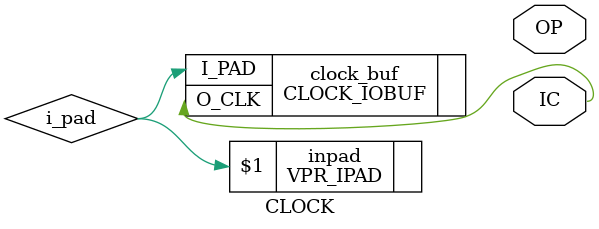
<source format=v>
`include "../vpr_pad/vpr_ipad.sim.v"
`include "./clock_iobuf.sim.v"

module CLOCK(
    output wire IC,
    output wire OP
);

    (* pack="IPAD_TO_CBUF" *)
    wire i_pad;

    // The VPR input pad
    (* keep *)
    VPR_IPAD inpad(i_pad);

    // IO buffer (the actual CLOCK cell counterpart)
    (* keep *)
    CLOCK_IOBUF clock_buf(
        .I_PAD(i_pad),
        .O_CLK(IC),
    );

endmodule

</source>
